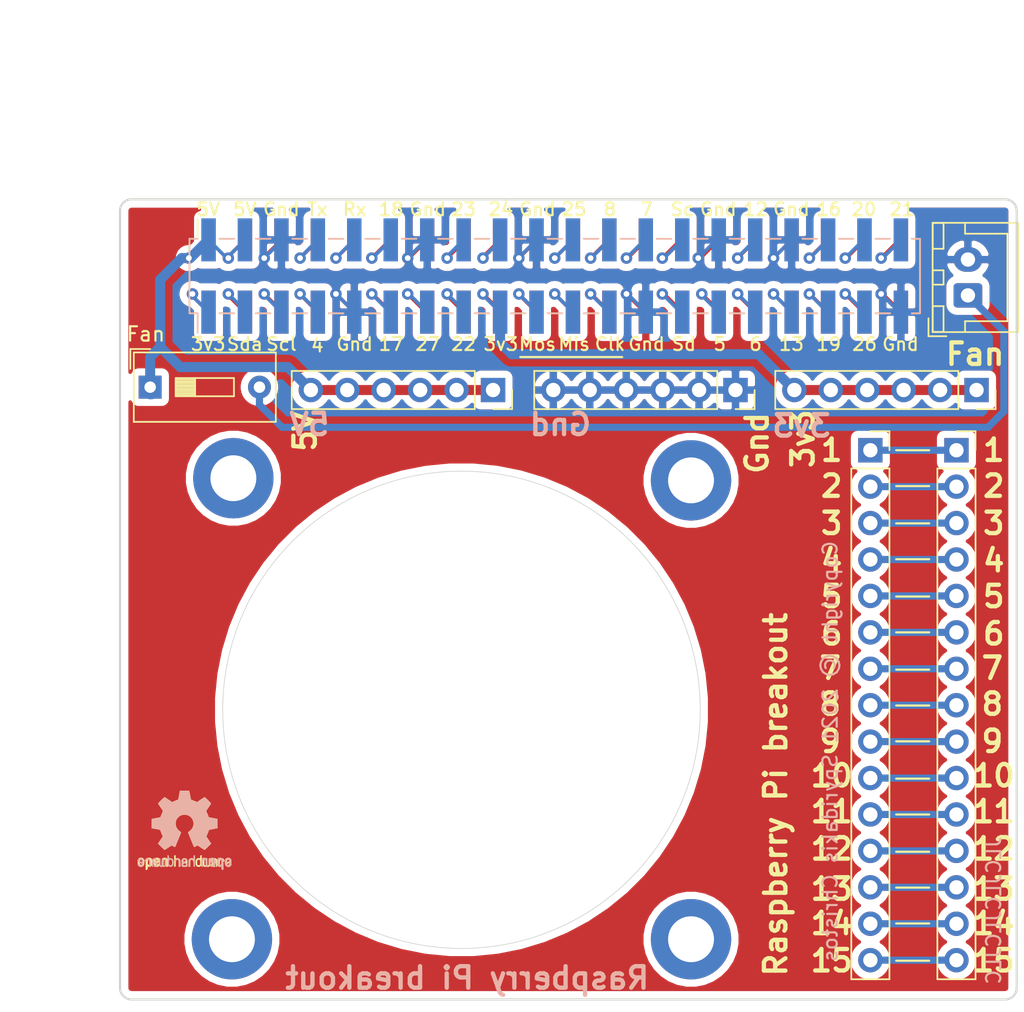
<source format=kicad_pcb>
(kicad_pcb (version 20171130) (host pcbnew 5.1.9-73d0e3b20d~88~ubuntu18.04.1)
  (layers (0 F.Cu signal) (31 B.Cu signal) (34 B.Paste user) (35 F.Paste user) (36 B.SilkS user) (37 F.SilkS user) (38 B.Mask user) (39 F.Mask user) (44 Edge.Cuts user))
  (net 0 "")
  (net 1 /C39)
  (net 2 /C38)
  (net 3 /C37)
  (net 4 /C36)
  (net 5 /C35)
  (net 6 /C34)
  (net 7 /C32)
  (net 8 /C31)
  (net 9 /C30)
  (net 10 /C28)
  (net 11 /C27)
  (net 12 /C25)
  (net 13 /C24)
  (net 14 /C23)
  (net 15 /C22)
  (net 16 /C21)
  (net 17 /C20)
  (net 18 /C17)
  (net 19 /C16)
  (net 20 /C15)
  (net 21 /C14)
  (net 22 /C12)
  (net 23 /C11)
  (net 24 /C9)
  (net 25 /C8)
  (net 26 /C7)
  (net 27 /C6)
  (net 28 /C4)
  (net 29 /C2)
  (net 30 GND)
  (net 31 +5V)
  (net 32 +3V3)
  (net 33 "Net-(J107-Pad11)")
  (net 34 "Net-(J107-Pad10)")
  (net 35 "Net-(J107-Pad9)")
  (net 36 "Net-(J107-Pad8)")
  (net 37 "Net-(J107-Pad7)")
  (net 38 "Net-(J107-Pad6)")
  (net 39 "Net-(J107-Pad5)")
  (net 40 "Net-(J107-Pad4)")
  (net 41 "Net-(J107-Pad3)")
  (net 42 "Net-(J107-Pad2)")
  (net 43 "Net-(J107-Pad1)")
  (net 44 "Net-(J107-Pad15)")
  (net 45 "Net-(J107-Pad14)")
  (net 46 "Net-(J107-Pad13)")
  (net 47 "Net-(J107-Pad12)")
  (net 48 "Net-(J102-Pad1)")
  (module Symbol:OSHW-Logo2_7.3x6mm_SilkScreen (layer B.Cu) (at 121.9 118.9 180)
    (fp_text reference REF** hide)
    (fp_text value OSHW-Logo2_7.3x6mm_SilkScreen hide)
  )
  (module Symbol:OSHW-Logo2_7.3x6mm_SilkScreen (layer F.Cu) (at 121.9 118.9)
    (fp_text reference REF** hide)
    (fp_text value OSHW-Logo2_7.3x6mm_SilkScreen hide)
  )
  (module Button_Switch_THT:SW_DIP_SPSTx01_Slide_9.78x4.72mm_W7.62mm_P2.54mm (layer F.Cu) (at 119.5 88)
    (fp_text reference Fan (at -0.3 -3.7) (layer F.SilkS))
    (fp_text value SW_SPST hide)
    (pad 2 thru_hole oval (at 7.62 0) (size 1.6 1.6) (drill 0.8) (layers *.Cu *.Mask) (net 48 "Net-(J102-Pad1)"))
    (pad 1 thru_hole rect (at 0 0) (size 1.6 1.6) (drill 0.8) (layers *.Cu *.Mask) (net 31 +5V))
  )
  (module Connector_PinSocket_2.54mm:PinSocket_1x15_P2.54mm_Vertical (layer F.Cu) (at 175.7 92.4)
    (fp_text reference J108 hide)
    (fp_text value Conn_01x11_Female hide)
    (pad 15 thru_hole oval (at 0 35.56) (size 1.7 1.7) (drill 1) (layers *.Cu *.Mask) (net 44 "Net-(J107-Pad15)"))
    (pad 14 thru_hole oval (at 0 33.02) (size 1.7 1.7) (drill 1) (layers *.Cu *.Mask) (net 45 "Net-(J107-Pad14)"))
    (pad 13 thru_hole oval (at 0 30.48) (size 1.7 1.7) (drill 1) (layers *.Cu *.Mask) (net 46 "Net-(J107-Pad13)"))
    (pad 12 thru_hole oval (at 0 27.94) (size 1.7 1.7) (drill 1) (layers *.Cu *.Mask) (net 47 "Net-(J107-Pad12)"))
    (pad 11 thru_hole oval (at 0 25.4) (size 1.7 1.7) (drill 1) (layers *.Cu *.Mask) (net 33 "Net-(J107-Pad11)"))
    (pad 10 thru_hole oval (at 0 22.86) (size 1.7 1.7) (drill 1) (layers *.Cu *.Mask) (net 34 "Net-(J107-Pad10)"))
    (pad 9 thru_hole oval (at 0 20.32) (size 1.7 1.7) (drill 1) (layers *.Cu *.Mask) (net 35 "Net-(J107-Pad9)"))
    (pad 8 thru_hole oval (at 0 17.78) (size 1.7 1.7) (drill 1) (layers *.Cu *.Mask) (net 36 "Net-(J107-Pad8)"))
    (pad 7 thru_hole oval (at 0 15.24) (size 1.7 1.7) (drill 1) (layers *.Cu *.Mask) (net 37 "Net-(J107-Pad7)"))
    (pad 6 thru_hole oval (at 0 12.7) (size 1.7 1.7) (drill 1) (layers *.Cu *.Mask) (net 38 "Net-(J107-Pad6)"))
    (pad 5 thru_hole oval (at 0 10.16) (size 1.7 1.7) (drill 1) (layers *.Cu *.Mask) (net 39 "Net-(J107-Pad5)"))
    (pad 4 thru_hole oval (at 0 7.62) (size 1.7 1.7) (drill 1) (layers *.Cu *.Mask) (net 40 "Net-(J107-Pad4)"))
    (pad 3 thru_hole oval (at 0 5.08) (size 1.7 1.7) (drill 1) (layers *.Cu *.Mask) (net 41 "Net-(J107-Pad3)"))
    (pad 2 thru_hole oval (at 0 2.54) (size 1.7 1.7) (drill 1) (layers *.Cu *.Mask) (net 42 "Net-(J107-Pad2)"))
    (pad 1 thru_hole rect (at 0 0) (size 1.7 1.7) (drill 1) (layers *.Cu *.Mask) (net 43 "Net-(J107-Pad1)"))
  )
  (module Connector_PinSocket_2.54mm:PinSocket_1x15_P2.54mm_Vertical (layer F.Cu) (at 169.7 92.4)
    (fp_text reference J107 hide)
    (fp_text value Conn_01x11_Female hide)
    (pad 15 thru_hole oval (at 0 35.56) (size 1.7 1.7) (drill 1) (layers *.Cu *.Mask) (net 44 "Net-(J107-Pad15)"))
    (pad 14 thru_hole oval (at 0 33.02) (size 1.7 1.7) (drill 1) (layers *.Cu *.Mask) (net 45 "Net-(J107-Pad14)"))
    (pad 13 thru_hole oval (at 0 30.48) (size 1.7 1.7) (drill 1) (layers *.Cu *.Mask) (net 46 "Net-(J107-Pad13)"))
    (pad 12 thru_hole oval (at 0 27.94) (size 1.7 1.7) (drill 1) (layers *.Cu *.Mask) (net 47 "Net-(J107-Pad12)"))
    (pad 11 thru_hole oval (at 0 25.4) (size 1.7 1.7) (drill 1) (layers *.Cu *.Mask) (net 33 "Net-(J107-Pad11)"))
    (pad 10 thru_hole oval (at 0 22.86) (size 1.7 1.7) (drill 1) (layers *.Cu *.Mask) (net 34 "Net-(J107-Pad10)"))
    (pad 9 thru_hole oval (at 0 20.32) (size 1.7 1.7) (drill 1) (layers *.Cu *.Mask) (net 35 "Net-(J107-Pad9)"))
    (pad 8 thru_hole oval (at 0 17.78) (size 1.7 1.7) (drill 1) (layers *.Cu *.Mask) (net 36 "Net-(J107-Pad8)"))
    (pad 7 thru_hole oval (at 0 15.24) (size 1.7 1.7) (drill 1) (layers *.Cu *.Mask) (net 37 "Net-(J107-Pad7)"))
    (pad 6 thru_hole oval (at 0 12.7) (size 1.7 1.7) (drill 1) (layers *.Cu *.Mask) (net 38 "Net-(J107-Pad6)"))
    (pad 5 thru_hole oval (at 0 10.16) (size 1.7 1.7) (drill 1) (layers *.Cu *.Mask) (net 39 "Net-(J107-Pad5)"))
    (pad 4 thru_hole oval (at 0 7.62) (size 1.7 1.7) (drill 1) (layers *.Cu *.Mask) (net 40 "Net-(J107-Pad4)"))
    (pad 3 thru_hole oval (at 0 5.08) (size 1.7 1.7) (drill 1) (layers *.Cu *.Mask) (net 41 "Net-(J107-Pad3)"))
    (pad 2 thru_hole oval (at 0 2.54) (size 1.7 1.7) (drill 1) (layers *.Cu *.Mask) (net 42 "Net-(J107-Pad2)"))
    (pad 1 thru_hole rect (at 0 0) (size 1.7 1.7) (drill 1) (layers *.Cu *.Mask) (net 43 "Net-(J107-Pad1)"))
  )
  (module Connector_PinSocket_2.54mm:PinSocket_2x20_P2.54mm_Vertical_SMD (layer B.Cu) (at 147.7 80.25 270)
    (fp_text reference J105 hide)
    (fp_text value "Rpi Connector" hide)
    (pad 40 smd rect (at -2.52 -24.13 270) (size 3 1) (layers B.Cu B.Paste B.Mask) (net 1 /C39))
    (pad 39 smd rect (at 2.52 -24.13 270) (size 3 1) (layers B.Cu B.Paste B.Mask) (net 30 GND))
    (pad 38 smd rect (at -2.52 -21.59 270) (size 3 1) (layers B.Cu B.Paste B.Mask) (net 3 /C37))
    (pad 37 smd rect (at 2.52 -21.59 270) (size 3 1) (layers B.Cu B.Paste B.Mask) (net 2 /C38))
    (pad 36 smd rect (at -2.52 -19.05 270) (size 3 1) (layers B.Cu B.Paste B.Mask) (net 5 /C35))
    (pad 35 smd rect (at 2.52 -19.05 270) (size 3 1) (layers B.Cu B.Paste B.Mask) (net 4 /C36))
    (pad 34 smd rect (at -2.52 -16.51 270) (size 3 1) (layers B.Cu B.Paste B.Mask) (net 30 GND))
    (pad 33 smd rect (at 2.52 -16.51 270) (size 3 1) (layers B.Cu B.Paste B.Mask) (net 6 /C34))
    (pad 32 smd rect (at -2.52 -13.97 270) (size 3 1) (layers B.Cu B.Paste B.Mask) (net 8 /C31))
    (pad 31 smd rect (at 2.52 -13.97 270) (size 3 1) (layers B.Cu B.Paste B.Mask) (net 7 /C32))
    (pad 30 smd rect (at -2.52 -11.43 270) (size 3 1) (layers B.Cu B.Paste B.Mask) (net 30 GND))
    (pad 29 smd rect (at 2.52 -11.43 270) (size 3 1) (layers B.Cu B.Paste B.Mask) (net 9 /C30))
    (pad 28 smd rect (at -2.52 -8.89 270) (size 3 1) (layers B.Cu B.Paste B.Mask) (net 11 /C27))
    (pad 27 smd rect (at 2.52 -8.89 270) (size 3 1) (layers B.Cu B.Paste B.Mask) (net 10 /C28))
    (pad 26 smd rect (at -2.52 -6.35 270) (size 3 1) (layers B.Cu B.Paste B.Mask) (net 12 /C25))
    (pad 25 smd rect (at 2.52 -6.35 270) (size 3 1) (layers B.Cu B.Paste B.Mask) (net 30 GND))
    (pad 24 smd rect (at -2.52 -3.81 270) (size 3 1) (layers B.Cu B.Paste B.Mask) (net 14 /C23))
    (pad 23 smd rect (at 2.52 -3.81 270) (size 3 1) (layers B.Cu B.Paste B.Mask) (net 13 /C24))
    (pad 22 smd rect (at -2.52 -1.27 270) (size 3 1) (layers B.Cu B.Paste B.Mask) (net 16 /C21))
    (pad 21 smd rect (at 2.52 -1.27 270) (size 3 1) (layers B.Cu B.Paste B.Mask) (net 15 /C22))
    (pad 20 smd rect (at -2.52 1.27 270) (size 3 1) (layers B.Cu B.Paste B.Mask) (net 30 GND))
    (pad 19 smd rect (at 2.52 1.27 270) (size 3 1) (layers B.Cu B.Paste B.Mask) (net 17 /C20))
    (pad 18 smd rect (at -2.52 3.81 270) (size 3 1) (layers B.Cu B.Paste B.Mask) (net 18 /C17))
    (pad 17 smd rect (at 2.52 3.81 270) (size 3 1) (layers B.Cu B.Paste B.Mask) (net 32 +3V3))
    (pad 16 smd rect (at -2.52 6.35 270) (size 3 1) (layers B.Cu B.Paste B.Mask) (net 20 /C15))
    (pad 15 smd rect (at 2.52 6.35 270) (size 3 1) (layers B.Cu B.Paste B.Mask) (net 19 /C16))
    (pad 14 smd rect (at -2.52 8.89 270) (size 3 1) (layers B.Cu B.Paste B.Mask) (net 30 GND))
    (pad 13 smd rect (at 2.52 8.89 270) (size 3 1) (layers B.Cu B.Paste B.Mask) (net 21 /C14))
    (pad 12 smd rect (at -2.52 11.43 270) (size 3 1) (layers B.Cu B.Paste B.Mask) (net 23 /C11))
    (pad 11 smd rect (at 2.52 11.43 270) (size 3 1) (layers B.Cu B.Paste B.Mask) (net 22 /C12))
    (pad 10 smd rect (at -2.52 13.97 270) (size 3 1) (layers B.Cu B.Paste B.Mask) (net 24 /C9))
    (pad 9 smd rect (at 2.52 13.97 270) (size 3 1) (layers B.Cu B.Paste B.Mask) (net 30 GND))
    (pad 8 smd rect (at -2.52 16.51 270) (size 3 1) (layers B.Cu B.Paste B.Mask) (net 26 /C7))
    (pad 7 smd rect (at 2.52 16.51 270) (size 3 1) (layers B.Cu B.Paste B.Mask) (net 25 /C8))
    (pad 6 smd rect (at -2.52 19.05 270) (size 3 1) (layers B.Cu B.Paste B.Mask) (net 30 GND))
    (pad 5 smd rect (at 2.52 19.05 270) (size 3 1) (layers B.Cu B.Paste B.Mask) (net 27 /C6))
    (pad 4 smd rect (at -2.52 21.59 270) (size 3 1) (layers B.Cu B.Paste B.Mask) (net 31 +5V))
    (pad 3 smd rect (at 2.52 21.59 270) (size 3 1) (layers B.Cu B.Paste B.Mask) (net 28 /C4))
    (pad 2 smd rect (at -2.52 24.13 270) (size 3 1) (layers B.Cu B.Paste B.Mask) (net 31 +5V))
    (pad 1 smd rect (at 2.52 24.13 270) (size 3 1) (layers B.Cu B.Paste B.Mask) (net 29 /C2))
  )
  (module Connector_PinSocket_2.54mm:PinSocket_2x20_P2.54mm_Vertical_SMD (layer F.Cu) (at 147.7 80.25 90)
    (fp_text reference J101 hide)
    (fp_text value "Upper Connector" hide)
    (pad 40 smd rect (at -2.52 24.13 90) (size 3 1) (layers F.Cu F.Paste F.Mask) (net 30 GND))
    (pad 39 smd rect (at 2.52 24.13 90) (size 3 1) (layers F.Cu F.Paste F.Mask) (net 1 /C39))
    (pad 38 smd rect (at -2.52 21.59 90) (size 3 1) (layers F.Cu F.Paste F.Mask) (net 2 /C38))
    (pad 37 smd rect (at 2.52 21.59 90) (size 3 1) (layers F.Cu F.Paste F.Mask) (net 3 /C37))
    (pad 36 smd rect (at -2.52 19.05 90) (size 3 1) (layers F.Cu F.Paste F.Mask) (net 4 /C36))
    (pad 35 smd rect (at 2.52 19.05 90) (size 3 1) (layers F.Cu F.Paste F.Mask) (net 5 /C35))
    (pad 34 smd rect (at -2.52 16.51 90) (size 3 1) (layers F.Cu F.Paste F.Mask) (net 6 /C34))
    (pad 33 smd rect (at 2.52 16.51 90) (size 3 1) (layers F.Cu F.Paste F.Mask) (net 30 GND))
    (pad 32 smd rect (at -2.52 13.97 90) (size 3 1) (layers F.Cu F.Paste F.Mask) (net 7 /C32))
    (pad 31 smd rect (at 2.52 13.97 90) (size 3 1) (layers F.Cu F.Paste F.Mask) (net 8 /C31))
    (pad 30 smd rect (at -2.52 11.43 90) (size 3 1) (layers F.Cu F.Paste F.Mask) (net 9 /C30))
    (pad 29 smd rect (at 2.52 11.43 90) (size 3 1) (layers F.Cu F.Paste F.Mask) (net 30 GND))
    (pad 28 smd rect (at -2.52 8.89 90) (size 3 1) (layers F.Cu F.Paste F.Mask) (net 10 /C28))
    (pad 27 smd rect (at 2.52 8.89 90) (size 3 1) (layers F.Cu F.Paste F.Mask) (net 11 /C27))
    (pad 26 smd rect (at -2.52 6.35 90) (size 3 1) (layers F.Cu F.Paste F.Mask) (net 30 GND))
    (pad 25 smd rect (at 2.52 6.35 90) (size 3 1) (layers F.Cu F.Paste F.Mask) (net 12 /C25))
    (pad 24 smd rect (at -2.52 3.81 90) (size 3 1) (layers F.Cu F.Paste F.Mask) (net 13 /C24))
    (pad 23 smd rect (at 2.52 3.81 90) (size 3 1) (layers F.Cu F.Paste F.Mask) (net 14 /C23))
    (pad 22 smd rect (at -2.52 1.27 90) (size 3 1) (layers F.Cu F.Paste F.Mask) (net 15 /C22))
    (pad 21 smd rect (at 2.52 1.27 90) (size 3 1) (layers F.Cu F.Paste F.Mask) (net 16 /C21))
    (pad 20 smd rect (at -2.52 -1.27 90) (size 3 1) (layers F.Cu F.Paste F.Mask) (net 17 /C20))
    (pad 19 smd rect (at 2.52 -1.27 90) (size 3 1) (layers F.Cu F.Paste F.Mask) (net 30 GND))
    (pad 18 smd rect (at -2.52 -3.81 90) (size 3 1) (layers F.Cu F.Paste F.Mask) (net 32 +3V3))
    (pad 17 smd rect (at 2.52 -3.81 90) (size 3 1) (layers F.Cu F.Paste F.Mask) (net 18 /C17))
    (pad 16 smd rect (at -2.52 -6.35 90) (size 3 1) (layers F.Cu F.Paste F.Mask) (net 19 /C16))
    (pad 15 smd rect (at 2.52 -6.35 90) (size 3 1) (layers F.Cu F.Paste F.Mask) (net 20 /C15))
    (pad 14 smd rect (at -2.52 -8.89 90) (size 3 1) (layers F.Cu F.Paste F.Mask) (net 21 /C14))
    (pad 13 smd rect (at 2.52 -8.89 90) (size 3 1) (layers F.Cu F.Paste F.Mask) (net 30 GND))
    (pad 12 smd rect (at -2.52 -11.43 90) (size 3 1) (layers F.Cu F.Paste F.Mask) (net 22 /C12))
    (pad 11 smd rect (at 2.52 -11.43 90) (size 3 1) (layers F.Cu F.Paste F.Mask) (net 23 /C11))
    (pad 10 smd rect (at -2.52 -13.97 90) (size 3 1) (layers F.Cu F.Paste F.Mask) (net 30 GND))
    (pad 9 smd rect (at 2.52 -13.97 90) (size 3 1) (layers F.Cu F.Paste F.Mask) (net 24 /C9))
    (pad 8 smd rect (at -2.52 -16.51 90) (size 3 1) (layers F.Cu F.Paste F.Mask) (net 25 /C8))
    (pad 7 smd rect (at 2.52 -16.51 90) (size 3 1) (layers F.Cu F.Paste F.Mask) (net 26 /C7))
    (pad 6 smd rect (at -2.52 -19.05 90) (size 3 1) (layers F.Cu F.Paste F.Mask) (net 27 /C6))
    (pad 5 smd rect (at 2.52 -19.05 90) (size 3 1) (layers F.Cu F.Paste F.Mask) (net 30 GND))
    (pad 4 smd rect (at -2.52 -21.59 90) (size 3 1) (layers F.Cu F.Paste F.Mask) (net 28 /C4))
    (pad 3 smd rect (at 2.52 -21.59 90) (size 3 1) (layers F.Cu F.Paste F.Mask) (net 31 +5V))
    (pad 2 smd rect (at -2.52 -24.13 90) (size 3 1) (layers F.Cu F.Paste F.Mask) (net 29 /C2))
    (pad 1 smd rect (at 2.52 -24.13 90) (size 3 1) (layers F.Cu F.Paste F.Mask) (net 31 +5V))
  )
  (module MountingHole:MountingHole_3.2mm_M3_DIN965_Pad (layer B.Cu) (at 157.2 126.5 180)
    (fp_text reference REF** hide)
    (fp_text value MountingHole_3.2mm_M3_DIN965_Pad hide)
    (pad 1 thru_hole circle (at 0 0 180) (size 5.6 5.6) (drill 3.2) (layers *.Cu *.Mask))
  )
  (module MountingHole:MountingHole_3.2mm_M3_DIN965_Pad (layer B.Cu) (at 125.2 126.5 90)
    (fp_text reference REF** hide)
    (fp_text value MountingHole_3.2mm_M3_DIN965_Pad hide)
    (pad 1 thru_hole circle (at 0 0 90) (size 5.6 5.6) (drill 3.2) (layers *.Cu *.Mask))
  )
  (module MountingHole:MountingHole_3.2mm_M3_DIN965_Pad (layer B.Cu) (at 157.2 94.5 270)
    (fp_text reference REF** hide)
    (fp_text value MountingHole_3.2mm_M3_DIN965_Pad hide)
    (pad 1 thru_hole circle (at 0 0 270) (size 5.6 5.6) (drill 3.2) (layers *.Cu *.Mask))
  )
  (module MountingHole:MountingHole_3.2mm_M3_DIN965_Pad (layer B.Cu) (at 125.3 94.35)
    (fp_text reference REF** hide)
    (fp_text value MountingHole_3.2mm_M3_DIN965_Pad hide)
    (pad 1 thru_hole circle (at 0 0) (size 5.6 5.6) (drill 3.2) (layers *.Cu *.Mask))
  )
  (module Connector_PinSocket_2.54mm:PinSocket_1x06_P2.54mm_Vertical (layer F.Cu) (at 143.4 88.2 270)
    (fp_text reference J106 hide)
    (fp_text value Conn_01x06_Female hide)
    (pad 6 thru_hole oval (at 0 12.7 270) (size 1.7 1.7) (drill 1) (layers *.Cu *.Mask) (net 31 +5V))
    (pad 5 thru_hole oval (at 0 10.16 270) (size 1.7 1.7) (drill 1) (layers *.Cu *.Mask) (net 31 +5V))
    (pad 4 thru_hole oval (at 0 7.62 270) (size 1.7 1.7) (drill 1) (layers *.Cu *.Mask) (net 31 +5V))
    (pad 3 thru_hole oval (at 0 5.08 270) (size 1.7 1.7) (drill 1) (layers *.Cu *.Mask) (net 31 +5V))
    (pad 2 thru_hole oval (at 0 2.54 270) (size 1.7 1.7) (drill 1) (layers *.Cu *.Mask) (net 31 +5V))
    (pad 1 thru_hole rect (at 0 0 270) (size 1.7 1.7) (drill 1) (layers *.Cu *.Mask) (net 31 +5V))
  )
  (module Connector_PinSocket_2.54mm:PinSocket_1x06_P2.54mm_Vertical (layer F.Cu) (at 177.1 88.2 270)
    (fp_text reference J104 hide)
    (fp_text value Conn_01x06_Female hide)
    (pad 6 thru_hole oval (at 0 12.7 270) (size 1.7 1.7) (drill 1) (layers *.Cu *.Mask) (net 32 +3V3))
    (pad 5 thru_hole oval (at 0 10.16 270) (size 1.7 1.7) (drill 1) (layers *.Cu *.Mask) (net 32 +3V3))
    (pad 4 thru_hole oval (at 0 7.62 270) (size 1.7 1.7) (drill 1) (layers *.Cu *.Mask) (net 32 +3V3))
    (pad 3 thru_hole oval (at 0 5.08 270) (size 1.7 1.7) (drill 1) (layers *.Cu *.Mask) (net 32 +3V3))
    (pad 2 thru_hole oval (at 0 2.54 270) (size 1.7 1.7) (drill 1) (layers *.Cu *.Mask) (net 32 +3V3))
    (pad 1 thru_hole rect (at 0 0 270) (size 1.7 1.7) (drill 1) (layers *.Cu *.Mask) (net 32 +3V3))
  )
  (module Connector_PinSocket_2.54mm:PinSocket_1x06_P2.54mm_Vertical (layer F.Cu) (at 160.3 88.2 270)
    (fp_text reference J103 hide)
    (fp_text value Conn_01x06_Female hide)
    (pad 6 thru_hole oval (at 0 12.7 270) (size 1.7 1.7) (drill 1) (layers *.Cu *.Mask) (net 30 GND))
    (pad 5 thru_hole oval (at 0 10.16 270) (size 1.7 1.7) (drill 1) (layers *.Cu *.Mask) (net 30 GND))
    (pad 4 thru_hole oval (at 0 7.62 270) (size 1.7 1.7) (drill 1) (layers *.Cu *.Mask) (net 30 GND))
    (pad 3 thru_hole oval (at 0 5.08 270) (size 1.7 1.7) (drill 1) (layers *.Cu *.Mask) (net 30 GND))
    (pad 2 thru_hole oval (at 0 2.54 270) (size 1.7 1.7) (drill 1) (layers *.Cu *.Mask) (net 30 GND))
    (pad 1 thru_hole rect (at 0 0 270) (size 1.7 1.7) (drill 1) (layers *.Cu *.Mask) (net 30 GND))
  )
  (module Connector_JST:JST_XH_B2B-XH-A_1x02_P2.50mm_Vertical (layer F.Cu) (at 176.5 81.6 90)
    (fp_text reference J102 hide)
    (fp_text value Fan hide)
    (pad 2 thru_hole oval (at 2.5 0 90) (size 1.7 2) (drill 1) (layers *.Cu *.Mask) (net 30 GND))
    (pad 1 thru_hole roundrect (at 0 0 90) (size 1.7 2) (drill 1) (layers *.Cu *.Mask) (roundrect_rratio 0.1470588235294118) (net 48 "Net-(J102-Pad1)"))
  )
  (gr_text "Copyright © 2021 Spyridakis Christos" (at 166.9 113.4 90) (layer B.SilkS) (effects (font (size 1 1)) (justify mirror)))
  (gr_text 5V (at 130.6 90.6) (layer B.SilkS) (effects (font (size 1.5 1.5) (thickness 0.3)) (justify mirror)))
  (gr_text Gnd (at 148.1 90.6) (layer B.SilkS) (effects (font (size 1.5 1.5) (thickness 0.3)) (justify mirror)))
  (gr_text 3v3 (at 164.9 90.7) (layer B.SilkS) (effects (font (size 1.5 1.5) (thickness 0.3)) (justify mirror)))
  (gr_text "Raspberry Pi breakout" (at 141.6 129.2) (layer B.SilkS) (effects (font (size 1.5 1.5) (thickness 0.3)) (justify mirror)))
  (gr_text 3 (at 167 97.5) (layer F.SilkS) (effects (font (size 1.5 1.5) (thickness 0.3))))
  (gr_text 12 (at 167 120.2) (layer F.SilkS) (effects (font (size 1.5 1.5) (thickness 0.3))))
  (gr_text 10 (at 167 115.1) (layer F.SilkS) (effects (font (size 1.5 1.5) (thickness 0.3))))
  (gr_text 5 (at 167 102.6) (layer F.SilkS) (effects (font (size 1.5 1.5) (thickness 0.3))))
  (gr_text 14 (at 167 125.4) (layer F.SilkS) (effects (font (size 1.5 1.5) (thickness 0.3))))
  (gr_text 6 (at 167 105.2) (layer F.SilkS) (effects (font (size 1.5 1.5) (thickness 0.3))))
  (gr_text 13 (at 167 123) (layer F.SilkS) (effects (font (size 1.5 1.5) (thickness 0.3))))
  (gr_text 11 (at 167 117.6) (layer F.SilkS) (effects (font (size 1.5 1.5) (thickness 0.3))))
  (gr_text 4 (at 167 100.1) (layer F.SilkS) (effects (font (size 1.5 1.5) (thickness 0.3))))
  (gr_text 15 (at 167 128) (layer F.SilkS) (effects (font (size 1.5 1.5) (thickness 0.3))))
  (gr_text 9 (at 166.9 112.7) (layer F.SilkS) (effects (font (size 1.5 1.5) (thickness 0.3))))
  (gr_text 2 (at 167 94.9) (layer F.SilkS) (effects (font (size 1.5 1.5) (thickness 0.3))))
  (gr_text 7 (at 166.9 107.6) (layer F.SilkS) (effects (font (size 1.5 1.5) (thickness 0.3))))
  (gr_text 8 (at 166.9 110.1) (layer F.SilkS) (effects (font (size 1.5 1.5) (thickness 0.3))))
  (gr_text 1 (at 167 92.4) (layer F.SilkS) (effects (font (size 1.5 1.5) (thickness 0.3))))
  (gr_text JLCJLCJLCJLC (at 178.3 124.5 90) (layer B.SilkS) (effects (font (size 1 1)) (justify mirror)))
  (gr_text 15 (at 178.3 128) (layer F.SilkS) (effects (font (size 1.5 1.5) (thickness 0.3))))
  (gr_text 14 (at 178.3 125.4) (layer F.SilkS) (effects (font (size 1.5 1.5) (thickness 0.3))))
  (gr_text 13 (at 178.3 123) (layer F.SilkS) (effects (font (size 1.5 1.5) (thickness 0.3))))
  (gr_text 12 (at 178.3 120.2) (layer F.SilkS) (effects (font (size 1.5 1.5) (thickness 0.3))))
  (gr_text 11 (at 178.3 117.6) (layer F.SilkS) (effects (font (size 1.5 1.5) (thickness 0.3))))
  (gr_text 10 (at 178.3 115.1) (layer F.SilkS) (effects (font (size 1.5 1.5) (thickness 0.3))))
  (gr_text 9 (at 178.2 112.7) (layer F.SilkS) (effects (font (size 1.5 1.5) (thickness 0.3))))
  (gr_text 8 (at 178.2 110.1) (layer F.SilkS) (effects (font (size 1.5 1.5) (thickness 0.3))))
  (gr_text 7 (at 178.2 107.6) (layer F.SilkS) (effects (font (size 1.5 1.5) (thickness 0.3))))
  (gr_text 6 (at 178.3 105.2) (layer F.SilkS) (effects (font (size 1.5 1.5) (thickness 0.3))))
  (gr_text 5 (at 178.3 102.6) (layer F.SilkS) (effects (font (size 1.5 1.5) (thickness 0.3))))
  (gr_text 4 (at 178.3 100.1) (layer F.SilkS) (effects (font (size 1.5 1.5) (thickness 0.3))))
  (gr_text 3 (at 178.3 97.5) (layer F.SilkS) (effects (font (size 1.5 1.5) (thickness 0.3))))
  (gr_text 2 (at 178.3 94.9) (layer F.SilkS) (effects (font (size 1.5 1.5) (thickness 0.3))))
  (gr_text 1 (at 178.3 92.4) (layer F.SilkS) (effects (font (size 1.5 1.5) (thickness 0.3))))
  (gr_line (start 145.3 85.9) (end 152.4 85.9) (layer F.SilkS) (width 0.15))
  (gr_text "Raspberry Pi breakout" (at 163.1 116.4 90) (layer F.SilkS) (effects (font (size 1.5 1.5) (thickness 0.3))))
  (gr_text Fan (at 177 85.7) (layer F.SilkS) (effects (font (size 1.5 1.5) (thickness 0.3))))
  (gr_line (start 171.5 128) (end 173.8 128) (layer F.SilkS) (width 0.15))
  (gr_line (start 171.5 125.4) (end 173.8 125.4) (layer F.SilkS) (width 0.15))
  (gr_line (start 171.5 122.9) (end 173.8 122.9) (layer F.SilkS) (width 0.15))
  (gr_line (start 171.5 120.4) (end 173.8 120.4) (layer F.SilkS) (width 0.15))
  (gr_line (start 171.5 117.8) (end 173.8 117.8) (layer F.SilkS) (width 0.15))
  (gr_line (start 171.5 115.3) (end 173.8 115.3) (layer F.SilkS) (width 0.15))
  (gr_line (start 171.5 112.7) (end 173.8 112.7) (layer F.SilkS) (width 0.15))
  (gr_line (start 171.5 110.2) (end 173.8 110.2) (layer F.SilkS) (width 0.15))
  (gr_line (start 171.5 107.7) (end 173.8 107.7) (layer F.SilkS) (width 0.15))
  (gr_line (start 171.5 105.1) (end 173.8 105.1) (layer F.SilkS) (width 0.15))
  (gr_line (start 171.5 102.6) (end 173.8 102.6) (layer F.SilkS) (width 0.15))
  (gr_line (start 171.5 100) (end 173.8 100) (layer F.SilkS) (width 0.15))
  (gr_line (start 171.5 97.5) (end 173.8 97.5) (layer F.SilkS) (width 0.15))
  (gr_line (start 171.5 94.9) (end 173.8 94.9) (layer F.SilkS) (width 0.15))
  (gr_line (start 171.5 92.4) (end 173.8 92.4) (layer F.SilkS) (width 0.15))
  (gr_text 3v3 (at 165 91.6 90) (layer F.SilkS) (effects (font (size 1.5 1.5) (thickness 0.3))))
  (gr_text Gnd (at 161.8 91.9 90) (layer F.SilkS) (effects (font (size 1.5 1.5) (thickness 0.3))))
  (gr_text 5V (at 130.3 91.1 90) (layer F.SilkS) (effects (font (size 1.5 1.5) (thickness 0.3))))
  (gr_text 19 (at 166.8 85) (layer F.SilkS) (effects (font (size 0.9 0.9))))
  (gr_text Gnd (at 171.8 85) (layer F.SilkS) (effects (font (size 0.9 0.9))))
  (gr_text 13 (at 164.2 85) (layer F.SilkS) (effects (font (size 0.9 0.9))))
  (gr_text 6 (at 161.7 85) (layer F.SilkS) (effects (font (size 0.9 0.9))))
  (gr_text Sd (at 156.7 85) (layer F.SilkS) (effects (font (size 0.9 0.9))))
  (gr_text Gnd (at 154.1 85) (layer F.SilkS) (effects (font (size 0.9 0.9))))
  (gr_text 26 (at 169.3 85) (layer F.SilkS) (effects (font (size 0.9 0.9))))
  (gr_text 5 (at 159.2 85) (layer F.SilkS) (effects (font (size 0.9 0.9))))
  (gr_text Sc (at 156.6 75.6) (layer F.SilkS) (effects (font (size 0.9 0.9))))
  (gr_text 7 (at 154.1 75.6) (layer F.SilkS) (effects (font (size 0.9 0.9))))
  (gr_text 12 (at 161.7 75.6) (layer F.SilkS) (effects (font (size 0.9 0.9))))
  (gr_text 16 (at 166.8 75.6) (layer F.SilkS) (effects (font (size 0.9 0.9))))
  (gr_text 21 (at 171.9 75.6) (layer F.SilkS) (effects (font (size 0.9 0.9))))
  (gr_text Gnd (at 164.2 75.6) (layer F.SilkS) (effects (font (size 0.9 0.9))))
  (gr_text 20 (at 169.25 75.6) (layer F.SilkS) (effects (font (size 0.9 0.9))))
  (gr_text Gnd (at 159.1 75.6) (layer F.SilkS) (effects (font (size 0.9 0.9))))
  (gr_text Sda (at 126.1 85) (layer F.SilkS) (effects (font (size 0.9 0.9))))
  (gr_text 3v3 (at 123.55 85) (layer F.SilkS) (effects (font (size 0.9 0.9))))
  (gr_text 3v3 (at 143.95 85) (layer F.SilkS) (effects (font (size 0.9 0.9))))
  (gr_text 4 (at 131.15 85.1) (layer F.SilkS) (effects (font (size 0.9 0.9))))
  (gr_text 17 (at 136.3 85) (layer F.SilkS) (effects (font (size 0.9 0.9))))
  (gr_text 22 (at 141.35 85) (layer F.SilkS) (effects (font (size 0.9 0.9))))
  (gr_text Gnd (at 133.75 85) (layer F.SilkS) (effects (font (size 0.9 0.9))))
  (gr_text Mis (at 149.05 85) (layer F.SilkS) (effects (font (size 0.9 0.9))))
  (gr_text 27 (at 138.85 85) (layer F.SilkS) (effects (font (size 0.9 0.9))))
  (gr_text Scl (at 128.65 85) (layer F.SilkS) (effects (font (size 0.9 0.9))))
  (gr_text Clk (at 151.55 85) (layer F.SilkS) (effects (font (size 0.9 0.9))))
  (gr_text Mos (at 146.5 85) (layer F.SilkS) (effects (font (size 0.9 0.9))))
  (gr_text Gnd (at 146.5 75.6) (layer F.SilkS) (effects (font (size 0.9 0.9))))
  (gr_text 24 (at 143.95 75.6) (layer F.SilkS) (effects (font (size 0.9 0.9))))
  (gr_text 8 (at 151.55 75.6) (layer F.SilkS) (effects (font (size 0.9 0.9))))
  (gr_text 25 (at 149.05 75.6) (layer F.SilkS) (effects (font (size 0.9 0.9))))
  (gr_text 18 (at 136.3 75.6) (layer F.SilkS) (effects (font (size 0.9 0.9))))
  (gr_text Rx (at 133.75 75.6) (layer F.SilkS) (effects (font (size 0.9 0.9))))
  (gr_text 23 (at 141.35 75.6) (layer F.SilkS) (effects (font (size 0.9 0.9))))
  (gr_text Gnd (at 138.85 75.6) (layer F.SilkS) (effects (font (size 0.9 0.9))))
  (gr_text Tx (at 131.15 75.6) (layer F.SilkS) (effects (font (size 0.9 0.9))))
  (gr_text Gnd (at 128.65 75.6) (layer F.SilkS) (effects (font (size 0.9 0.9))))
  (gr_text 5V (at 126.1 75.6) (layer F.SilkS) (effects (font (size 0.9 0.9))))
  (gr_text 5V (at 123.55 75.6) (layer F.SilkS) (effects (font (size 0.9 0.9))))
  (gr_circle (center 141.2 110.5) (end 155.2 101.5) (layer Edge.Cuts) (width 0.05))
  (gr_arc (start 118.2 129.9) (end 117.4 129.9) (angle -90) (layer Edge.Cuts) (width 0.15))
  (gr_arc (start 179.1 129.9) (end 179.1 130.7) (angle -90) (layer Edge.Cuts) (width 0.15))
  (gr_arc (start 179.1 75.7) (end 179.9 75.7) (angle -90) (layer Edge.Cuts) (width 0.15))
  (gr_arc (start 118.2 75.7) (end 118.2 74.9) (angle -90) (layer Edge.Cuts) (width 0.15))
  (gr_line (start 117.4 129.9) (end 117.4 75.7) (layer Edge.Cuts) (width 0.15))
  (gr_line (start 179.1 130.7) (end 118.2 130.7) (layer Edge.Cuts) (width 0.15))
  (gr_line (start 179.9 75.7) (end 179.9 129.9) (layer Edge.Cuts) (width 0.15))
  (gr_line (start 118.2 74.9) (end 179.1 74.9) (layer Edge.Cuts) (width 0.15))
  (via (at 170.45 79) (size 0.8) (drill 0.4) (layers F.Cu B.Cu) (net 1))
  (segment (start 171.83 77.73) (end 171.72 77.73) (width 0.25) (layer F.Cu) (net 1))
  (segment (start 171.72 77.73) (end 170.45 79) (width 0.25) (layer F.Cu) (net 1))
  (segment (start 170.56 79) (end 171.83 77.73) (width 0.25) (layer B.Cu) (net 1))
  (segment (start 170.45 79) (end 170.56 79) (width 0.25) (layer B.Cu) (net 1))
  (via (at 167.95 81.5) (size 0.8) (drill 0.4) (layers F.Cu B.Cu) (net 2))
  (segment (start 169.29 82.77) (end 169.22 82.77) (width 0.25) (layer F.Cu) (net 2))
  (segment (start 169.22 82.77) (end 167.95 81.5) (width 0.25) (layer F.Cu) (net 2))
  (segment (start 168.02 81.5) (end 169.29 82.77) (width 0.25) (layer B.Cu) (net 2))
  (segment (start 167.95 81.5) (end 168.02 81.5) (width 0.25) (layer B.Cu) (net 2))
  (via (at 167.95 79) (size 0.8) (drill 0.4) (layers F.Cu B.Cu) (net 3))
  (segment (start 169.29 77.73) (end 169.22 77.73) (width 0.25) (layer B.Cu) (net 3))
  (segment (start 169.22 77.73) (end 167.95 79) (width 0.25) (layer B.Cu) (net 3))
  (segment (start 168.02 79) (end 169.29 77.73) (width 0.25) (layer F.Cu) (net 3))
  (segment (start 167.95 79) (end 168.02 79) (width 0.25) (layer F.Cu) (net 3))
  (via (at 165.45 81.5) (size 0.8) (drill 0.4) (layers F.Cu B.Cu) (net 4))
  (segment (start 166.75 82.77) (end 166.72 82.77) (width 0.25) (layer B.Cu) (net 4))
  (segment (start 166.72 82.77) (end 165.45 81.5) (width 0.25) (layer B.Cu) (net 4))
  (segment (start 165.48 81.5) (end 166.75 82.77) (width 0.25) (layer F.Cu) (net 4))
  (segment (start 165.45 81.5) (end 165.48 81.5) (width 0.25) (layer F.Cu) (net 4))
  (via (at 165.45 79) (size 0.8) (drill 0.4) (layers F.Cu B.Cu) (net 5))
  (segment (start 166.75 77.73) (end 166.72 77.73) (width 0.25) (layer F.Cu) (net 5))
  (segment (start 166.72 77.73) (end 165.45 79) (width 0.25) (layer F.Cu) (net 5))
  (segment (start 165.48 79) (end 166.75 77.73) (width 0.25) (layer B.Cu) (net 5))
  (segment (start 165.45 79) (end 165.48 79) (width 0.25) (layer B.Cu) (net 5))
  (via (at 162.95 81.5) (size 0.8) (drill 0.4) (layers F.Cu B.Cu) (net 6))
  (segment (start 164.21 82.77) (end 164.21 82.76) (width 0.25) (layer F.Cu) (net 6))
  (segment (start 164.21 82.76) (end 162.95 81.5) (width 0.25) (layer F.Cu) (net 6))
  (segment (start 162.95 81.51) (end 164.21 82.77) (width 0.25) (layer B.Cu) (net 6))
  (segment (start 162.95 81.5) (end 162.95 81.51) (width 0.25) (layer B.Cu) (net 6))
  (via (at 160.45 81.5) (size 0.8) (drill 0.4) (layers F.Cu B.Cu) (net 7))
  (segment (start 161.67 82.77) (end 161.67 82.72) (width 0.25) (layer B.Cu) (net 7))
  (segment (start 161.67 82.72) (end 160.45 81.5) (width 0.25) (layer B.Cu) (net 7))
  (segment (start 160.45 81.55) (end 161.67 82.77) (width 0.25) (layer F.Cu) (net 7))
  (segment (start 160.45 81.5) (end 160.45 81.55) (width 0.25) (layer F.Cu) (net 7))
  (via (at 160.45 79) (size 0.8) (drill 0.4) (layers F.Cu B.Cu) (net 8))
  (segment (start 161.67 77.73) (end 161.67 77.78) (width 0.25) (layer F.Cu) (net 8))
  (segment (start 161.67 77.78) (end 160.45 79) (width 0.25) (layer F.Cu) (net 8))
  (segment (start 160.45 78.95) (end 161.67 77.73) (width 0.25) (layer B.Cu) (net 8))
  (segment (start 160.45 79) (end 160.45 78.95) (width 0.25) (layer B.Cu) (net 8))
  (via (at 157.95 81.5) (size 0.8) (drill 0.4) (layers F.Cu B.Cu) (net 9))
  (segment (start 159.13 82.77) (end 159.13 82.68) (width 0.25) (layer F.Cu) (net 9))
  (segment (start 159.13 82.68) (end 157.95 81.5) (width 0.25) (layer F.Cu) (net 9))
  (segment (start 157.95 81.59) (end 159.13 82.77) (width 0.25) (layer B.Cu) (net 9))
  (segment (start 157.95 81.5) (end 157.95 81.59) (width 0.25) (layer B.Cu) (net 9))
  (via (at 155.2 81.5) (size 0.8) (drill 0.4) (layers F.Cu B.Cu) (net 10))
  (segment (start 156.59 82.77) (end 156.47 82.77) (width 0.25) (layer B.Cu) (net 10))
  (segment (start 156.47 82.77) (end 155.2 81.5) (width 0.25) (layer B.Cu) (net 10))
  (segment (start 155.32 81.5) (end 156.59 82.77) (width 0.25) (layer F.Cu) (net 10))
  (segment (start 155.2 81.5) (end 155.32 81.5) (width 0.25) (layer F.Cu) (net 10))
  (via (at 155.2 79) (size 0.8) (drill 0.4) (layers F.Cu B.Cu) (net 11))
  (segment (start 156.59 77.73) (end 156.47 77.73) (width 0.25) (layer F.Cu) (net 11))
  (segment (start 156.47 77.73) (end 155.2 79) (width 0.25) (layer F.Cu) (net 11))
  (segment (start 155.32 79) (end 156.59 77.73) (width 0.25) (layer B.Cu) (net 11))
  (segment (start 155.2 79) (end 155.32 79) (width 0.25) (layer B.Cu) (net 11))
  (via (at 152.7 79) (size 0.8) (drill 0.4) (layers F.Cu B.Cu) (net 12))
  (segment (start 154.05 77.73) (end 153.97 77.73) (width 0.25) (layer B.Cu) (net 12))
  (segment (start 153.97 77.73) (end 152.7 79) (width 0.25) (layer B.Cu) (net 12))
  (segment (start 152.78 79) (end 154.05 77.73) (width 0.25) (layer F.Cu) (net 12))
  (segment (start 152.7 79) (end 152.78 79) (width 0.25) (layer F.Cu) (net 12))
  (segment (start 151.51 82.77) (end 151.47 82.77) (width 0.25) (layer B.Cu) (net 13))
  (via (at 150.2 81.5) (size 0.8) (drill 0.4) (layers F.Cu B.Cu) (net 13))
  (segment (start 151.47 82.77) (end 150.2 81.5) (width 0.25) (layer B.Cu) (net 13))
  (segment (start 150.24 81.5) (end 151.51 82.77) (width 0.25) (layer F.Cu) (net 13))
  (segment (start 150.2 81.5) (end 150.24 81.5) (width 0.25) (layer F.Cu) (net 13))
  (via (at 150.2 79) (size 0.8) (drill 0.4) (layers F.Cu B.Cu) (net 14))
  (segment (start 151.51 77.73) (end 151.47 77.73) (width 0.25) (layer F.Cu) (net 14))
  (segment (start 151.47 77.73) (end 150.2 79) (width 0.25) (layer F.Cu) (net 14))
  (segment (start 150.24 79) (end 151.51 77.73) (width 0.25) (layer B.Cu) (net 14))
  (segment (start 150.2 79) (end 150.24 79) (width 0.25) (layer B.Cu) (net 14))
  (via (at 147.7 81.5) (size 0.8) (drill 0.4) (layers F.Cu B.Cu) (net 15))
  (segment (start 148.97 82.77) (end 147.7 81.5) (width 0.25) (layer F.Cu) (net 15))
  (segment (start 147.7 81.5) (end 148.97 82.77) (width 0.25) (layer B.Cu) (net 15))
  (via (at 147.7 79) (size 0.8) (drill 0.4) (layers F.Cu B.Cu) (net 16))
  (segment (start 148.97 77.73) (end 147.7 79) (width 0.25) (layer B.Cu) (net 16))
  (segment (start 147.7 79) (end 148.97 77.73) (width 0.25) (layer F.Cu) (net 16))
  (via (at 145.2 81.5) (size 0.8) (drill 0.4) (layers F.Cu B.Cu) (net 17))
  (segment (start 146.43 82.77) (end 146.43 82.73) (width 0.25) (layer B.Cu) (net 17))
  (segment (start 146.43 82.73) (end 145.2 81.5) (width 0.25) (layer B.Cu) (net 17))
  (segment (start 145.2 81.54) (end 146.43 82.77) (width 0.25) (layer F.Cu) (net 17))
  (segment (start 145.2 81.5) (end 145.2 81.54) (width 0.25) (layer F.Cu) (net 17))
  (via (at 142.7 79) (size 0.8) (drill 0.4) (layers F.Cu B.Cu) (net 18))
  (segment (start 143.89 77.73) (end 143.89 77.81) (width 0.25) (layer B.Cu) (net 18))
  (segment (start 143.89 77.81) (end 142.7 79) (width 0.25) (layer B.Cu) (net 18))
  (segment (start 142.7 78.92) (end 143.89 77.73) (width 0.25) (layer F.Cu) (net 18))
  (segment (start 142.7 79) (end 142.7 78.92) (width 0.25) (layer F.Cu) (net 18))
  (via (at 140.2 81.5) (size 0.8) (drill 0.4) (layers F.Cu B.Cu) (net 19))
  (segment (start 141.35 82.77) (end 141.35 82.65) (width 0.25) (layer B.Cu) (net 19))
  (segment (start 141.35 82.65) (end 140.2 81.5) (width 0.25) (layer B.Cu) (net 19))
  (segment (start 140.2 81.62) (end 141.35 82.77) (width 0.25) (layer F.Cu) (net 19))
  (segment (start 140.2 81.5) (end 140.2 81.62) (width 0.25) (layer F.Cu) (net 19))
  (via (at 140.2 79) (size 0.8) (drill 0.4) (layers F.Cu B.Cu) (net 20))
  (segment (start 141.35 77.73) (end 141.35 77.85) (width 0.25) (layer F.Cu) (net 20))
  (segment (start 141.35 77.85) (end 140.2 79) (width 0.25) (layer F.Cu) (net 20))
  (segment (start 140.2 78.88) (end 141.35 77.73) (width 0.25) (layer B.Cu) (net 20))
  (segment (start 140.2 79) (end 140.2 78.88) (width 0.25) (layer B.Cu) (net 20))
  (via (at 137.45 81.5) (size 0.8) (drill 0.4) (layers F.Cu B.Cu) (net 21))
  (segment (start 138.81 82.77) (end 138.72 82.77) (width 0.25) (layer F.Cu) (net 21))
  (segment (start 138.72 82.77) (end 137.45 81.5) (width 0.25) (layer F.Cu) (net 21))
  (segment (start 137.54 81.5) (end 138.81 82.77) (width 0.25) (layer B.Cu) (net 21))
  (segment (start 137.45 81.5) (end 137.54 81.5) (width 0.25) (layer B.Cu) (net 21))
  (via (at 134.95 81.5) (size 0.8) (drill 0.4) (layers F.Cu B.Cu) (net 22))
  (segment (start 136.27 82.77) (end 136.22 82.77) (width 0.25) (layer B.Cu) (net 22))
  (segment (start 136.22 82.77) (end 134.95 81.5) (width 0.25) (layer B.Cu) (net 22))
  (segment (start 135 81.5) (end 136.27 82.77) (width 0.25) (layer F.Cu) (net 22))
  (segment (start 134.95 81.5) (end 135 81.5) (width 0.25) (layer F.Cu) (net 22))
  (via (at 134.95 79) (size 0.8) (drill 0.4) (layers F.Cu B.Cu) (net 23))
  (segment (start 136.27 77.73) (end 136.22 77.73) (width 0.25) (layer F.Cu) (net 23))
  (segment (start 136.22 77.73) (end 134.95 79) (width 0.25) (layer F.Cu) (net 23))
  (segment (start 135 79) (end 136.27 77.73) (width 0.25) (layer B.Cu) (net 23))
  (segment (start 134.95 79) (end 135 79) (width 0.25) (layer B.Cu) (net 23))
  (segment (start 132.46 79) (end 132.45 79) (width 0.25) (layer F.Cu) (net 24))
  (segment (start 133.72 77.73) (end 132.45 79) (width 0.25) (layer B.Cu) (net 24))
  (segment (start 133.73 77.73) (end 132.46 79) (width 0.25) (layer F.Cu) (net 24))
  (via (at 132.45 79) (size 0.8) (drill 0.4) (layers F.Cu B.Cu) (net 24))
  (segment (start 133.73 77.73) (end 133.72 77.73) (width 0.25) (layer B.Cu) (net 24))
  (via (at 129.95 81.5) (size 0.8) (drill 0.4) (layers F.Cu B.Cu) (net 25))
  (segment (start 131.19 82.77) (end 131.19 82.74) (width 0.25) (layer B.Cu) (net 25))
  (segment (start 131.19 82.74) (end 129.95 81.5) (width 0.25) (layer B.Cu) (net 25))
  (segment (start 129.95 81.53) (end 131.19 82.77) (width 0.25) (layer F.Cu) (net 25))
  (segment (start 129.95 81.5) (end 129.95 81.53) (width 0.25) (layer F.Cu) (net 25))
  (via (at 129.95 79) (size 0.8) (drill 0.4) (layers F.Cu B.Cu) (net 26))
  (segment (start 131.19 77.73) (end 131.19 77.76) (width 0.25) (layer F.Cu) (net 26))
  (segment (start 131.19 77.76) (end 129.95 79) (width 0.25) (layer F.Cu) (net 26))
  (segment (start 129.95 78.97) (end 131.19 77.73) (width 0.25) (layer B.Cu) (net 26))
  (segment (start 129.95 79) (end 129.95 78.97) (width 0.25) (layer B.Cu) (net 26))
  (via (at 127.45 81.5) (size 0.8) (drill 0.4) (layers F.Cu B.Cu) (net 27))
  (segment (start 128.65 82.77) (end 128.65 82.7) (width 0.25) (layer F.Cu) (net 27))
  (segment (start 128.65 82.7) (end 127.45 81.5) (width 0.25) (layer F.Cu) (net 27))
  (segment (start 127.45 81.57) (end 128.65 82.77) (width 0.25) (layer B.Cu) (net 27))
  (segment (start 127.45 81.5) (end 127.45 81.57) (width 0.25) (layer B.Cu) (net 27))
  (via (at 124.95 81.5) (size 0.8) (drill 0.4) (layers F.Cu B.Cu) (net 28))
  (segment (start 126.11 82.77) (end 126.11 82.66) (width 0.25) (layer B.Cu) (net 28))
  (segment (start 126.11 82.66) (end 124.95 81.5) (width 0.25) (layer B.Cu) (net 28))
  (segment (start 124.95 81.61) (end 126.11 82.77) (width 0.25) (layer F.Cu) (net 28))
  (segment (start 124.95 81.5) (end 124.95 81.61) (width 0.25) (layer F.Cu) (net 28))
  (via (at 122.45 81.5) (size 0.8) (drill 0.4) (layers F.Cu B.Cu) (net 29))
  (segment (start 123.57 82.77) (end 122.45 81.65) (width 0.25) (layer F.Cu) (net 29))
  (segment (start 122.45 81.65) (end 122.45 81.5) (width 0.25) (layer F.Cu) (net 29))
  (segment (start 122.45 81.65) (end 122.45 81.5) (width 0.25) (layer B.Cu) (net 29))
  (segment (start 123.57 82.77) (end 122.45 81.65) (width 0.25) (layer B.Cu) (net 29))
  (segment (start 171.83 82.77) (end 171.72 82.77) (width 0.25) (layer B.Cu) (net 30))
  (via (at 170.45 81.5) (size 0.8) (drill 0.4) (layers F.Cu B.Cu) (net 30))
  (segment (start 171.72 82.77) (end 170.45 81.5) (width 0.25) (layer B.Cu) (net 30))
  (segment (start 170.56 81.5) (end 171.83 82.77) (width 0.25) (layer F.Cu) (net 30))
  (segment (start 170.45 81.5) (end 170.56 81.5) (width 0.25) (layer F.Cu) (net 30))
  (via (at 162.95 79) (size 0.8) (drill 0.4) (layers F.Cu B.Cu) (net 30))
  (segment (start 164.21 77.73) (end 164.21 77.74) (width 0.25) (layer B.Cu) (net 30))
  (segment (start 164.21 77.74) (end 162.95 79) (width 0.25) (layer B.Cu) (net 30))
  (segment (start 162.95 78.99) (end 164.21 77.73) (width 0.25) (layer F.Cu) (net 30))
  (segment (start 162.95 79) (end 162.95 78.99) (width 0.25) (layer F.Cu) (net 30))
  (via (at 157.7 79) (size 0.8) (drill 0.4) (layers F.Cu B.Cu) (net 30))
  (segment (start 159.13 77.73) (end 158.97 77.73) (width 0.25) (layer B.Cu) (net 30))
  (segment (start 158.97 77.73) (end 157.7 79) (width 0.25) (layer B.Cu) (net 30))
  (segment (start 157.86 79) (end 159.13 77.73) (width 0.25) (layer F.Cu) (net 30))
  (segment (start 157.7 79) (end 157.86 79) (width 0.25) (layer F.Cu) (net 30))
  (via (at 152.7 81.5) (size 0.8) (drill 0.4) (layers F.Cu B.Cu) (net 30))
  (segment (start 154.05 82.77) (end 153.97 82.77) (width 0.25) (layer F.Cu) (net 30))
  (segment (start 153.97 82.77) (end 152.7 81.5) (width 0.25) (layer F.Cu) (net 30))
  (segment (start 152.78 81.5) (end 154.05 82.77) (width 0.25) (layer B.Cu) (net 30))
  (segment (start 152.7 81.5) (end 152.78 81.5) (width 0.25) (layer B.Cu) (net 30))
  (via (at 145.2 79) (size 0.8) (drill 0.4) (layers F.Cu B.Cu) (net 30))
  (segment (start 146.43 77.73) (end 146.43 77.77) (width 0.25) (layer F.Cu) (net 30))
  (segment (start 146.43 77.77) (end 145.2 79) (width 0.25) (layer F.Cu) (net 30))
  (segment (start 145.2 78.96) (end 146.43 77.73) (width 0.25) (layer B.Cu) (net 30))
  (segment (start 145.2 79) (end 145.2 78.96) (width 0.25) (layer B.Cu) (net 30))
  (via (at 137.45 79) (size 0.8) (drill 0.4) (layers F.Cu B.Cu) (net 30))
  (segment (start 138.81 77.73) (end 138.72 77.73) (width 0.25) (layer B.Cu) (net 30))
  (segment (start 138.72 77.73) (end 137.45 79) (width 0.25) (layer B.Cu) (net 30))
  (segment (start 137.54 79) (end 138.81 77.73) (width 0.25) (layer F.Cu) (net 30))
  (segment (start 137.45 79) (end 137.54 79) (width 0.25) (layer F.Cu) (net 30))
  (segment (start 133.73 82.77) (end 132.46 81.5) (width 0.25) (layer B.Cu) (net 30))
  (segment (start 132.46 81.5) (end 132.45 81.5) (width 0.25) (layer F.Cu) (net 30))
  (segment (start 133.73 82.77) (end 132.46 81.5) (width 0.25) (layer F.Cu) (net 30))
  (segment (start 132.46 81.5) (end 132.45 81.5) (width 0.25) (layer B.Cu) (net 30))
  (via (at 132.45 81.5) (size 0.8) (drill 0.4) (layers F.Cu B.Cu) (net 30))
  (segment (start 128.65 77.73) (end 128.65 77.8) (width 0.25) (layer B.Cu) (net 30))
  (via (at 127.45 79) (size 0.8) (drill 0.4) (layers F.Cu B.Cu) (net 30))
  (segment (start 128.65 77.8) (end 127.45 79) (width 0.25) (layer B.Cu) (net 30))
  (segment (start 128.65 77.73) (end 127.45 78.93) (width 0.25) (layer F.Cu) (net 30))
  (segment (start 127.45 78.93) (end 127.45 79) (width 0.25) (layer F.Cu) (net 30))
  (via (at 124.949998 79) (size 0.8) (drill 0.4) (layers F.Cu B.Cu) (net 31))
  (segment (start 126.11 77.73) (end 124.949998 78.890002) (width 0.25) (layer F.Cu) (net 31))
  (segment (start 124.949998 78.890002) (end 124.949998 79) (width 0.25) (layer F.Cu) (net 31))
  (segment (start 124.949998 78.890002) (end 124.949998 79) (width 0.25) (layer B.Cu) (net 31))
  (segment (start 126.11 77.73) (end 124.949998 78.890002) (width 0.25) (layer B.Cu) (net 31))
  (segment (start 123.57 77.73) (end 122.3 79) (width 0.7) (layer B.Cu) (net 31))
  (segment (start 123.57 77.73) (end 122.3 79) (width 0.25) (layer F.Cu) (net 31))
  (segment (start 122.3 79) (end 122.2 79) (width 0.25) (layer F.Cu) (net 31))
  (segment (start 122.3 79) (end 122.2 79) (width 0.25) (layer B.Cu) (net 31))
  (via (at 122.2 79) (size 0.8) (drill 0.4) (layers F.Cu B.Cu) (net 31))
  (segment (start 130.7 88.2) (end 133.24 88.2) (width 0.7) (layer F.Cu) (net 31))
  (segment (start 133.24 88.2) (end 135.78 88.2) (width 0.7) (layer F.Cu) (net 31))
  (segment (start 135.78 88.2) (end 138.32 88.2) (width 0.7) (layer F.Cu) (net 31))
  (segment (start 138.32 88.2) (end 140.86 88.2) (width 0.7) (layer F.Cu) (net 31))
  (segment (start 140.86 88.2) (end 143.4 88.2) (width 0.7) (layer F.Cu) (net 31))
  (segment (start 122.2 79) (end 121.7 79) (width 0.7) (layer B.Cu) (net 31))
  (segment (start 121.7 79) (end 120.2 80.5) (width 0.7) (layer B.Cu) (net 31))
  (segment (start 124.84 79) (end 123.57 77.73) (width 0.25) (layer B.Cu) (net 31))
  (segment (start 124.949998 79) (end 124.84 79) (width 0.25) (layer B.Cu) (net 31))
  (segment (start 119.5 88.5) (end 119.6 88.5) (width 0.7) (layer B.Cu) (net 31))
  (segment (start 120.2 80.5) (end 120.2 84.8) (width 0.7) (layer B.Cu) (net 31))
  (segment (start 120.2 84.8) (end 120.2 85.2) (width 0.7) (layer B.Cu) (net 31))
  (segment (start 121.6 86.6) (end 120.2 85.2) (width 0.7) (layer B.Cu) (net 31))
  (segment (start 128.7 86.6) (end 121.6 86.6) (width 0.7) (layer B.Cu) (net 31))
  (segment (start 119.5 88.2) (end 119.5 88) (width 0.25) (layer B.Cu) (net 31))
  (segment (start 129.3 86.6) (end 129.4 86.7) (width 0.25) (layer B.Cu) (net 31))
  (segment (start 128.7 86.6) (end 129.3 86.6) (width 0.25) (layer B.Cu) (net 31))
  (segment (start 129.1 86.6) (end 130.7 88.2) (width 0.7) (layer B.Cu) (net 31))
  (segment (start 128.7 86.6) (end 129.1 86.6) (width 0.7) (layer B.Cu) (net 31))
  (segment (start 119.5 85.9) (end 120.2 85.2) (width 0.7) (layer B.Cu) (net 31))
  (segment (start 119.5 88) (end 119.5 85.9) (width 0.7) (layer B.Cu) (net 31))
  (segment (start 143.89 82.77) (end 143.89 82.69) (width 0.25) (layer F.Cu) (net 32))
  (via (at 142.7 81.5) (size 0.8) (drill 0.4) (layers F.Cu B.Cu) (net 32))
  (segment (start 143.89 82.69) (end 142.7 81.5) (width 0.25) (layer F.Cu) (net 32))
  (segment (start 142.7 81.58) (end 143.89 82.77) (width 0.25) (layer B.Cu) (net 32))
  (segment (start 142.7 81.5) (end 142.7 81.58) (width 0.25) (layer B.Cu) (net 32))
  (segment (start 164.4 88.2) (end 166.94 88.2) (width 0.7) (layer F.Cu) (net 32))
  (segment (start 166.94 88.2) (end 169.48 88.2) (width 0.7) (layer F.Cu) (net 32))
  (segment (start 169.48 88.2) (end 172.02 88.2) (width 0.7) (layer F.Cu) (net 32))
  (segment (start 172.02 88.2) (end 174.56 88.2) (width 0.7) (layer F.Cu) (net 32))
  (segment (start 174.56 88.2) (end 177.1 88.2) (width 0.7) (layer F.Cu) (net 32))
  (segment (start 143.89 84.89) (end 143.89 82.77) (width 0.7) (layer B.Cu) (net 32))
  (segment (start 161.8 85.7) (end 144.7 85.7) (width 0.7) (layer B.Cu) (net 32))
  (segment (start 144.7 85.7) (end 143.89 84.89) (width 0.7) (layer B.Cu) (net 32))
  (segment (start 161.9 85.7) (end 164.4 88.2) (width 0.7) (layer B.Cu) (net 32))
  (segment (start 161.8 85.7) (end 161.9 85.7) (width 0.25) (layer B.Cu) (net 32))
  (segment (start 169.7 117.8) (end 175.7 117.8) (width 0.5) (layer B.Cu) (net 33))
  (segment (start 175.7 115.26) (end 169.7 115.26) (width 0.5) (layer B.Cu) (net 34))
  (segment (start 169.7 112.72) (end 175.7 112.72) (width 0.5) (layer B.Cu) (net 35))
  (segment (start 175.7 110.18) (end 169.7 110.18) (width 0.5) (layer B.Cu) (net 36))
  (segment (start 169.7 107.64) (end 175.7 107.64) (width 0.5) (layer B.Cu) (net 37))
  (segment (start 175.7 105.1) (end 169.7 105.1) (width 0.5) (layer B.Cu) (net 38))
  (segment (start 169.7 102.56) (end 175.7 102.56) (width 0.5) (layer B.Cu) (net 39))
  (segment (start 175.7 100.02) (end 169.7 100.02) (width 0.5) (layer B.Cu) (net 40))
  (segment (start 169.7 97.48) (end 175.7 97.48) (width 0.5) (layer B.Cu) (net 41))
  (segment (start 175.7 94.94) (end 169.7 94.94) (width 0.5) (layer B.Cu) (net 42))
  (segment (start 169.7 92.4) (end 175.7 92.4) (width 0.5) (layer B.Cu) (net 43))
  (segment (start 169.7 127.96) (end 175.7 127.96) (width 0.5) (layer B.Cu) (net 44))
  (segment (start 175.7 125.42) (end 169.7 125.42) (width 0.5) (layer B.Cu) (net 45))
  (segment (start 169.7 122.88) (end 175.7 122.88) (width 0.5) (layer B.Cu) (net 46))
  (segment (start 175.7 120.34) (end 169.7 120.34) (width 0.5) (layer B.Cu) (net 47))
  (segment (start 179 84.1) (end 176.5 81.6) (width 0.5) (layer B.Cu) (net 48))
  (segment (start 179 89.7) (end 179 84.1) (width 0.5) (layer B.Cu) (net 48))
  (segment (start 177.9 90.8) (end 179 89.7) (width 0.5) (layer B.Cu) (net 48))
  (segment (start 129.42 90.8) (end 177.9 90.8) (width 0.5) (layer B.Cu) (net 48))
  (segment (start 127.12 88.72) (end 127.12 88.2) (width 0.5) (layer B.Cu) (net 48))
  (segment (start 129.42 90.8) (end 129.2 90.8) (width 0.5) (layer B.Cu) (net 48))
  (segment (start 129.42 90.8) (end 129.42 90.7) (width 0.25) (layer B.Cu) (net 48))
  (segment (start 129.42 90.8) (end 128.7 90.8) (width 0.5) (layer B.Cu) (net 48))
  (segment (start 128.7 90.8) (end 127.12 89.22) (width 0.5) (layer B.Cu) (net 48))
  (segment (start 127.12 89.22) (end 127.12 88) (width 0.5) (layer B.Cu) (net 48))
  (zone (net 30) (net_name GND) (layer F.Cu) (connect_pads (clearance 0.508)) (min_thickness 0.254) (fill yes (arc_segments 32) (thermal_gap 0.508) (thermal_bridge_width 0.508))
    (polygon (pts (xy 179.9 131.592935) (xy 117.3 131.6) (xy 117.3 74.6) (xy 179.9 74.592935)))
  )
  (zone (net 30) (net_name GND) (layer B.Cu) (connect_pads (clearance 0.508)) (min_thickness 0.254) (fill yes (arc_segments 32) (thermal_gap 0.508) (thermal_bridge_width 0.508))
    (polygon (pts (xy 117.5 131.5) (xy 179.9 131.574654) (xy 179.9 74.574654) (xy 117.5 74.5)))
  )
)
</source>
